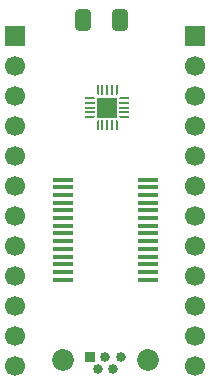
<source format=gbr>
%TF.GenerationSoftware,KiCad,Pcbnew,9.0.2-9.0.2-0~ubuntu24.04.1*%
%TF.CreationDate,2025-06-25T14:04:04-04:00*%
%TF.ProjectId,tiny-avr,74696e79-2d61-4767-922e-6b696361645f,rev?*%
%TF.SameCoordinates,Original*%
%TF.FileFunction,Soldermask,Top*%
%TF.FilePolarity,Negative*%
%FSLAX46Y46*%
G04 Gerber Fmt 4.6, Leading zero omitted, Abs format (unit mm)*
G04 Created by KiCad (PCBNEW 9.0.2-9.0.2-0~ubuntu24.04.1) date 2025-06-25 14:04:04*
%MOMM*%
%LPD*%
G01*
G04 APERTURE LIST*
G04 Aperture macros list*
%AMRoundRect*
0 Rectangle with rounded corners*
0 $1 Rounding radius*
0 $2 $3 $4 $5 $6 $7 $8 $9 X,Y pos of 4 corners*
0 Add a 4 corners polygon primitive as box body*
4,1,4,$2,$3,$4,$5,$6,$7,$8,$9,$2,$3,0*
0 Add four circle primitives for the rounded corners*
1,1,$1+$1,$2,$3*
1,1,$1+$1,$4,$5*
1,1,$1+$1,$6,$7*
1,1,$1+$1,$8,$9*
0 Add four rect primitives between the rounded corners*
20,1,$1+$1,$2,$3,$4,$5,0*
20,1,$1+$1,$4,$5,$6,$7,0*
20,1,$1+$1,$6,$7,$8,$9,0*
20,1,$1+$1,$8,$9,$2,$3,0*%
%AMFreePoly0*
4,1,14,0.334644,0.085355,0.385355,0.034644,0.400000,-0.000711,0.400000,-0.050000,0.385355,-0.085355,0.350000,-0.100000,-0.350000,-0.100000,-0.385355,-0.085355,-0.400000,-0.050000,-0.400000,0.050000,-0.385355,0.085355,-0.350000,0.100000,0.299289,0.100000,0.334644,0.085355,0.334644,0.085355,$1*%
%AMFreePoly1*
4,1,14,0.385355,0.085355,0.400000,0.050000,0.400000,0.000711,0.385355,-0.034644,0.334644,-0.085355,0.299289,-0.100000,-0.350000,-0.100000,-0.385355,-0.085355,-0.400000,-0.050000,-0.400000,0.050000,-0.385355,0.085355,-0.350000,0.100000,0.350000,0.100000,0.385355,0.085355,0.385355,0.085355,$1*%
%AMFreePoly2*
4,1,14,0.085355,0.385355,0.100000,0.350000,0.100000,-0.350000,0.085355,-0.385355,0.050000,-0.400000,-0.050000,-0.400000,-0.085355,-0.385355,-0.100000,-0.350000,-0.100000,0.299289,-0.085355,0.334644,-0.034644,0.385355,0.000711,0.400000,0.050000,0.400000,0.085355,0.385355,0.085355,0.385355,$1*%
%AMFreePoly3*
4,1,14,0.034644,0.385355,0.085355,0.334644,0.100000,0.299289,0.100000,-0.350000,0.085355,-0.385355,0.050000,-0.400000,-0.050000,-0.400000,-0.085355,-0.385355,-0.100000,-0.350000,-0.100000,0.350000,-0.085355,0.385355,-0.050000,0.400000,-0.000711,0.400000,0.034644,0.385355,0.034644,0.385355,$1*%
%AMFreePoly4*
4,1,14,0.385355,0.085355,0.400000,0.050000,0.400000,-0.050000,0.385355,-0.085355,0.350000,-0.100000,-0.299289,-0.100000,-0.334644,-0.085355,-0.385355,-0.034644,-0.400000,0.000711,-0.400000,0.050000,-0.385355,0.085355,-0.350000,0.100000,0.350000,0.100000,0.385355,0.085355,0.385355,0.085355,$1*%
%AMFreePoly5*
4,1,14,0.385355,0.085355,0.400000,0.050000,0.400000,-0.050000,0.385355,-0.085355,0.350000,-0.100000,-0.350000,-0.100000,-0.385355,-0.085355,-0.400000,-0.050000,-0.400000,-0.000711,-0.385355,0.034644,-0.334644,0.085355,-0.299289,0.100000,0.350000,0.100000,0.385355,0.085355,0.385355,0.085355,$1*%
%AMFreePoly6*
4,1,14,0.085355,0.385355,0.100000,0.350000,0.100000,-0.299289,0.085355,-0.334644,0.034644,-0.385355,-0.000711,-0.400000,-0.050000,-0.400000,-0.085355,-0.385355,-0.100000,-0.350000,-0.100000,0.350000,-0.085355,0.385355,-0.050000,0.400000,0.050000,0.400000,0.085355,0.385355,0.085355,0.385355,$1*%
%AMFreePoly7*
4,1,14,0.085355,0.385355,0.100000,0.350000,0.100000,-0.350000,0.085355,-0.385355,0.050000,-0.400000,0.000711,-0.400000,-0.034644,-0.385355,-0.085355,-0.334644,-0.100000,-0.299289,-0.100000,0.350000,-0.085355,0.385355,-0.050000,0.400000,0.050000,0.400000,0.085355,0.385355,0.085355,0.385355,$1*%
G04 Aperture macros list end*
%ADD10R,1.750000X0.450000*%
%ADD11R,0.840000X0.840000*%
%ADD12C,0.840000*%
%ADD13C,1.850000*%
%ADD14R,1.700000X1.700000*%
%ADD15C,1.700000*%
%ADD16RoundRect,0.250000X-0.412500X-0.650000X0.412500X-0.650000X0.412500X0.650000X-0.412500X0.650000X0*%
%ADD17FreePoly0,270.000000*%
%ADD18RoundRect,0.050000X-0.050000X0.350000X-0.050000X-0.350000X0.050000X-0.350000X0.050000X0.350000X0*%
%ADD19FreePoly1,270.000000*%
%ADD20FreePoly2,270.000000*%
%ADD21RoundRect,0.050000X-0.350000X0.050000X-0.350000X-0.050000X0.350000X-0.050000X0.350000X0.050000X0*%
%ADD22FreePoly3,270.000000*%
%ADD23FreePoly4,270.000000*%
%ADD24FreePoly5,270.000000*%
%ADD25FreePoly6,270.000000*%
%ADD26FreePoly7,270.000000*%
G04 APERTURE END LIST*
D10*
%TO.C,U2*%
X75140000Y-49750000D03*
X75140000Y-50400000D03*
X75140000Y-51050000D03*
X75140000Y-51700000D03*
X75140000Y-52350000D03*
X75140000Y-53000000D03*
X75140000Y-53650000D03*
X75140000Y-54300000D03*
X75140000Y-54950000D03*
X75140000Y-55600000D03*
X75140000Y-56250000D03*
X75140000Y-56900000D03*
X75140000Y-57550000D03*
X75140000Y-58200000D03*
X82340000Y-58200000D03*
X82340000Y-57550000D03*
X82340000Y-56900000D03*
X82340000Y-56250000D03*
X82340000Y-55600000D03*
X82340000Y-54950000D03*
X82340000Y-54300000D03*
X82340000Y-53650000D03*
X82340000Y-53000000D03*
X82340000Y-52350000D03*
X82340000Y-51700000D03*
X82340000Y-51050000D03*
X82340000Y-50400000D03*
X82340000Y-49750000D03*
%TD*%
D11*
%TO.C,J3*%
X77470000Y-64770000D03*
D12*
X78120000Y-65770000D03*
X78770000Y-64770000D03*
X79420000Y-65770000D03*
X80070000Y-64770000D03*
D13*
X75195000Y-64990000D03*
X82345000Y-64990000D03*
%TD*%
D14*
%TO.C,J2*%
X86360000Y-37560000D03*
D15*
X86360000Y-40100000D03*
X86360000Y-42640000D03*
X86360000Y-45180000D03*
X86360000Y-47720000D03*
X86360000Y-50260000D03*
X86360000Y-52800000D03*
X86360000Y-55340000D03*
X86360000Y-57880000D03*
X86360000Y-60420000D03*
X86360000Y-62960000D03*
X86360000Y-65500000D03*
%TD*%
D14*
%TO.C,J1*%
X71120000Y-37560000D03*
D15*
X71120000Y-40100000D03*
X71120000Y-42640000D03*
X71120000Y-45180000D03*
X71120000Y-47720000D03*
X71120000Y-50260000D03*
X71120000Y-52800000D03*
X71120000Y-55340000D03*
X71120000Y-57880000D03*
X71120000Y-60420000D03*
X71120000Y-62960000D03*
X71120000Y-65500000D03*
%TD*%
D16*
%TO.C,C1*%
X76885000Y-36195000D03*
X80010000Y-36195000D03*
%TD*%
D17*
%TO.C,U1*%
X79720000Y-42185000D03*
D18*
X79320000Y-42185000D03*
X78920000Y-42185000D03*
X78520000Y-42185000D03*
D19*
X78120000Y-42185000D03*
D20*
X77470000Y-42835000D03*
D21*
X77470000Y-43235000D03*
X77470000Y-43635000D03*
X77470000Y-44035000D03*
D22*
X77470000Y-44435000D03*
D23*
X78120000Y-45085000D03*
D18*
X78520000Y-45085000D03*
X78920000Y-45085000D03*
X79320000Y-45085000D03*
D24*
X79720000Y-45085000D03*
D25*
X80370000Y-44435000D03*
D21*
X80370000Y-44035000D03*
X80370000Y-43635000D03*
X80370000Y-43235000D03*
D26*
X80370000Y-42835000D03*
D14*
X78920000Y-43635000D03*
%TD*%
M02*

</source>
